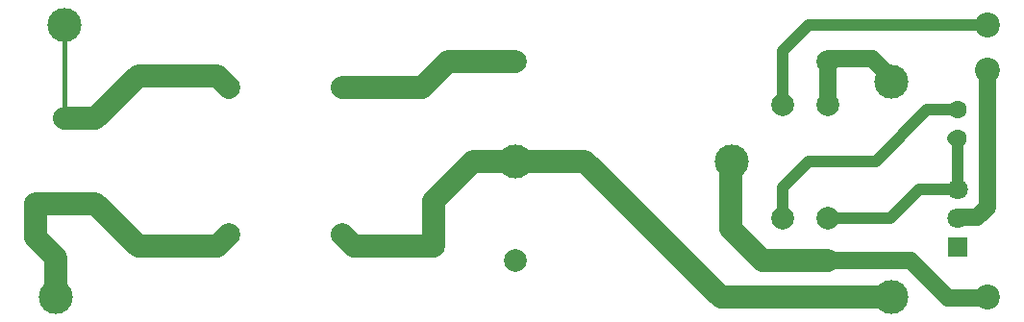
<source format=gbl>
G04*
G04 #@! TF.GenerationSoftware,Altium Limited,Altium Designer,22.10.1 (41)*
G04*
G04 Layer_Physical_Order=2*
G04 Layer_Color=16711680*
%FSLAX44Y44*%
%MOMM*%
G71*
G04*
G04 #@! TF.SameCoordinates,FA340068-F1DC-43B8-B5E1-3386DD3F2D8B*
G04*
G04*
G04 #@! TF.FilePolarity,Positive*
G04*
G01*
G75*
%ADD20C,2.0000*%
%ADD22C,3.0000*%
%ADD23C,2.0000*%
%ADD24C,2.2000*%
%ADD25C,1.8000*%
%ADD26R,1.8000X1.8000*%
%ADD27C,1.6000*%
%ADD28C,1.0000*%
%ADD29C,0.4000*%
%ADD30C,1.5000*%
D20*
X634500Y90500D02*
Y149500D01*
Y90500D02*
X662500Y62500D01*
X40000Y30000D02*
Y65000D01*
X407500Y150000D02*
X442500D01*
X506000D01*
X626000Y30000D02*
X775000D01*
X506000Y150000D02*
X626000Y30000D01*
X372500Y75000D02*
Y115000D01*
X407500Y150000D01*
X302500Y75000D02*
X372500D01*
X662500Y62500D02*
X720000D01*
X22300Y82700D02*
X40000Y65000D01*
X22300Y82700D02*
Y112500D01*
X38087Y31913D02*
X40000Y30000D01*
X47700Y187500D02*
X75000D01*
X112500Y225000D01*
X385000Y237500D02*
X445000D01*
X362500Y215000D02*
X385000Y237500D01*
X292500Y215000D02*
X362500D01*
X182500Y225000D02*
X192500Y215000D01*
X112500Y225000D02*
X182500D01*
X292500Y85000D02*
X302500Y75000D01*
X182500D02*
X192500Y85000D01*
X112500Y75000D02*
X182500D01*
X75000Y112500D02*
X112500Y75000D01*
X22300Y112500D02*
X75000D01*
D22*
X635000Y150000D02*
D03*
X445000D02*
D03*
X776000Y30000D02*
D03*
Y220000D02*
D03*
X47700Y270000D02*
D03*
X40000Y30000D02*
D03*
D23*
X680000Y200000D02*
D03*
Y100000D02*
D03*
X720000Y200000D02*
D03*
Y100000D02*
D03*
X47700Y187500D02*
D03*
X22300Y112500D02*
D03*
X445000Y237500D02*
D03*
X720000D02*
D03*
X445000Y62500D02*
D03*
X720000D02*
D03*
X192500Y215000D02*
D03*
Y85000D02*
D03*
X292500Y215000D02*
D03*
Y85000D02*
D03*
X112500Y225000D02*
D03*
Y75000D02*
D03*
X372500D02*
D03*
Y225000D02*
D03*
X860000Y30000D02*
D03*
X47700Y270000D02*
D03*
X40000Y30000D02*
D03*
X860000Y270000D02*
D03*
Y230000D02*
D03*
D24*
D03*
Y270000D02*
D03*
Y30000D02*
D03*
D25*
X834000Y125400D02*
D03*
Y100000D02*
D03*
X47700Y270000D02*
D03*
X40000Y30000D02*
D03*
X860000Y230000D02*
D03*
Y270000D02*
D03*
Y30000D02*
D03*
D26*
X834000Y74600D02*
D03*
D27*
Y170000D02*
D03*
Y195400D02*
D03*
D28*
X679750Y100250D02*
Y126650D01*
X703100Y150000D01*
X680000Y247026D02*
X702974Y270000D01*
X680000Y200000D02*
Y247026D01*
X702974Y270000D02*
X860000D01*
X761800Y150000D02*
X807200Y195400D01*
X703100Y150000D02*
X761800D01*
X807200Y195400D02*
X834000D01*
X720000Y100000D02*
X775000D01*
X800400Y125400D02*
X834000D01*
X775000Y100000D02*
X800400Y125400D01*
X831228Y170000D02*
X834000Y167228D01*
Y125400D02*
Y167228D01*
X830228Y170000D02*
X831228D01*
D29*
X47700Y187500D02*
Y270000D01*
Y270750D01*
D30*
X792500Y62500D02*
X825750Y29250D01*
X861250D01*
X773713Y225000D02*
X775000D01*
X720000Y62500D02*
X792500D01*
X851213Y100574D02*
X860000Y109361D01*
Y227500D01*
X834574Y100574D02*
X851213D01*
X834000Y100000D02*
X834574Y100574D01*
X720000Y200000D02*
Y237500D01*
X721353D01*
X723853Y240000D01*
X758713D02*
X773713Y225000D01*
X723853Y240000D02*
X758713D01*
M02*

</source>
